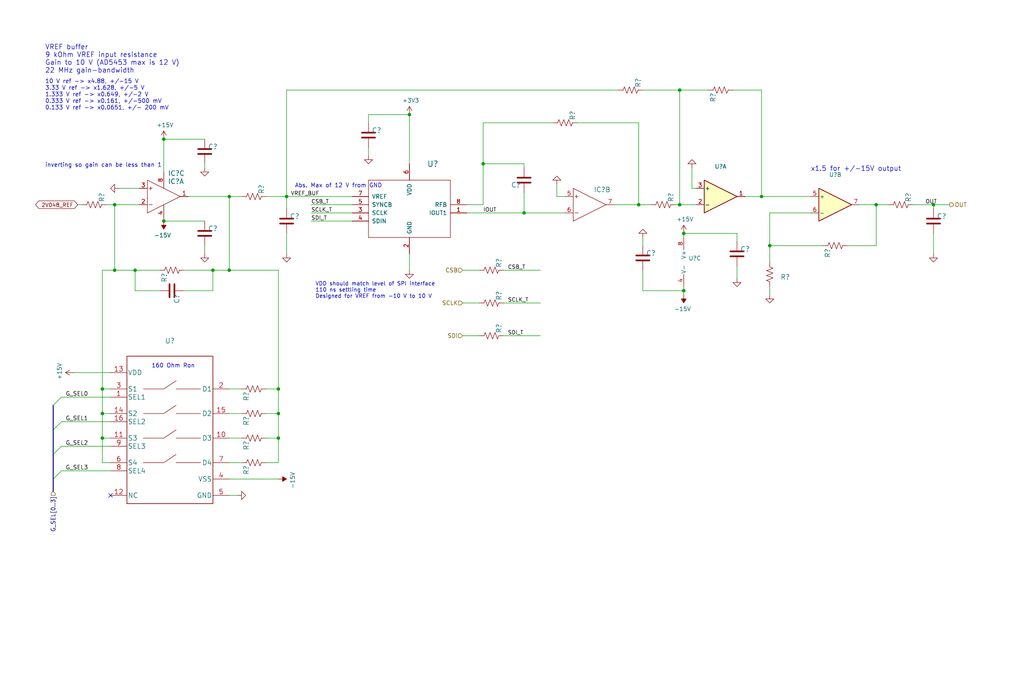
<source format=kicad_sch>
(kicad_sch (version 20211123) (generator eeschema)
  (paper "User" 317.627 210.007)
  (lib_symbols
    (symbol "Amplifier_Operational:OPA2156xD" (pin_names (offset 0.127))
      (property "Reference" "U" (at 2.54 6.35 0))
      (property "Value" "OPA2156xD" (at 2.54 3.81 0))
      (symbol "OPA2156xD_1_1"
        (polyline (pts (xy 5.08 0) (xy -5.08 5.08) (xy -5.08 -5.08) (xy 5.08 0)) (stroke (width 0.254)) (fill (type background)))
        (pin output line (at 7.62 0 180) (length 2.54) (name "~") (number "1"))
        (pin input line (at -7.62 -2.54 0) (length 2.54) (name "-") (number "2"))
        (pin input line (at -7.62 2.54 0) (length 2.54) (name "+") (number "3"))
      )
      (symbol "OPA2156xD_2_1"
        (polyline (pts (xy 5.08 0) (xy -5.08 5.08) (xy -5.08 -5.08) (xy 5.08 0)) (stroke (width 0.254)) (fill (type background)))
        (pin input line (at -7.62 2.54 0) (length 2.54) (name "+") (number "5"))
        (pin input line (at -7.62 -2.54 0) (length 2.54) (name "-") (number "6"))
        (pin output line (at 7.62 0 180) (length 2.54) (name "~") (number "7"))
      )
      (symbol "OPA2156xD_3_1"
        (pin power_in line (at 0 -7.62 90) (length 3.81) (name "V-") (number "4"))
        (pin power_in line (at 0 7.62 270) (length 3.81) (name "V+") (number "8"))
      )
    )
    (symbol "Device:C" (pin_numbers hide) (pin_names (offset 0.254))
      (property "Reference" "C" (at 0.635 2.54 0))
      (property "Value" "C" (at 0.635 -2.54 0))
      (symbol "C_0_1"
        (polyline (pts (xy -2.032 -0.762) (xy 2.032 -0.762)) (stroke (width 0.508)))
        (polyline (pts (xy -2.032 0.762) (xy 2.032 0.762)) (stroke (width 0.508)))
      )
      (symbol "C_1_1"
        (pin passive line (at 0 3.81 270) (length 2.794) (name "~") (number "1"))
        (pin passive line (at 0 -3.81 90) (length 2.794) (name "~") (number "2"))
      )
    )
    (symbol "Device:R_US" (pin_numbers hide) (pin_names (offset 0))
      (property "Reference" "R" (at 2.54 0 90))
      (property "Value" "R_US" (at -2.54 0 90))
      (symbol "R_US_0_1"
        (polyline (pts (xy 0 -2.286) (xy 0 -2.54)))
        (polyline (pts (xy 0 2.286) (xy 0 2.54)))
        (polyline (pts (xy 0 -0.762) (xy 1.016 -1.143) (xy 0 -1.524) (xy -1.016 -1.905) (xy 0 -2.286)))
        (polyline (pts (xy 0 0.762) (xy 1.016 0.381) (xy 0 0) (xy -1.016 -0.381) (xy 0 -0.762)))
        (polyline (pts (xy 0 2.286) (xy 1.016 1.905) (xy 0 1.524) (xy -1.016 1.143) (xy 0 0.762)))
      )
      (symbol "R_US_1_1"
        (pin passive line (at 0 3.81 270) (length 1.27) (name "~") (number "1"))
        (pin passive line (at 0 -3.81 90) (length 1.27) (name "~") (number "2"))
      )
    )
    (symbol "covg-kicad:AD5453" (pin_names (offset 1.016))
      (property "Reference" "U" (at 7.9756 11.6586 0))
      (property "Value" "AD5453" (at 7.3406 9.1186 0))
      (symbol "AD5453_1_0"
        (polyline (pts (xy -12.7 -10.16) (xy 12.7 -10.16)))
        (polyline (pts (xy -12.7 7.62) (xy -12.7 -10.16)))
        (polyline (pts (xy 12.7 -10.16) (xy 12.7 7.62)))
        (polyline (pts (xy 12.7 7.62) (xy -12.7 7.62)))
        (pin passive line (at 17.78 -2.54 180) (length 5.08) (name "IOUT1") (number "1"))
        (pin passive line (at 0 -15.24 90) (length 5.08) (name "GND") (number "2"))
        (pin passive line (at -17.78 -2.54 0) (length 5.08) (name "SCLK") (number "3"))
        (pin passive line (at -17.78 -5.08 0) (length 5.08) (name "SDIN") (number "4"))
        (pin passive line (at -17.78 0 0) (length 5.08) (name "SYNCB") (number "5"))
        (pin power_in line (at 0 12.7 270) (length 5.08) (name "VDD") (number "6"))
        (pin passive line (at -17.78 2.54 0) (length 5.08) (name "VREF") (number "7"))
        (pin passive line (at 17.78 0 180) (length 5.08) (name "RFB") (number "8"))
      )
    )
    (symbol "covg-kicad:OPA1662" (pin_names (offset 1.016))
      (property "Reference" "IC" (at 1.27 3.81 0))
      (property "Value" "OPA1662" (at 1.27 -5.08 0))
      (symbol "OPA1662_1_0"
        (polyline (pts (xy -2.54 -5.08) (xy 7.62 0)))
        (polyline (pts (xy -2.54 5.08) (xy -2.54 -5.08)))
        (polyline (pts (xy -2.032 -2.54) (xy -1.016 -2.54)))
        (polyline (pts (xy -2.032 2.54) (xy -1.016 2.54)))
        (polyline (pts (xy -1.524 3.048) (xy -1.524 2.032)))
        (polyline (pts (xy 7.62 0) (xy -2.54 5.08)))
        (pin output line (at 10.16 0 180) (length 2.54) (name "OUT") (number "1"))
        (pin input line (at -5.08 -2.54 0) (length 2.54) (name "IN-") (number "2"))
        (pin input line (at -5.08 2.54 0) (length 2.54) (name "IN+") (number "3"))
      )
      (symbol "OPA1662_2_0"
        (polyline (pts (xy -2.54 -5.08) (xy 7.62 0)))
        (polyline (pts (xy -2.54 5.08) (xy -2.54 -5.08)))
        (polyline (pts (xy -2.032 -2.54) (xy -1.016 -2.54)))
        (polyline (pts (xy -2.032 2.54) (xy -1.016 2.54)))
        (polyline (pts (xy -1.524 3.048) (xy -1.524 2.032)))
        (polyline (pts (xy 7.62 0) (xy -2.54 5.08)))
        (pin input line (at -5.08 2.54 0) (length 2.54) (name "IN+") (number "5"))
        (pin input line (at -5.08 -2.54 0) (length 2.54) (name "IN-") (number "6"))
        (pin output line (at 10.16 0 180) (length 2.54) (name "OUT") (number "7"))
      )
      (symbol "OPA1662_3_0"
        (pin power_in line (at 0 -7.62 90) (length 5.08) (name "V-") (number "4"))
        (pin power_in line (at 0 7.62 270) (length 5.08) (name "V+") (number "8"))
      )
    )
    (symbol "covg-kicad:TMUX6111PWR" (pin_names (offset 0.254))
      (property "Reference" "U" (at 5.08 21.59 0))
      (property "Value" "TMUX6111PWR" (at 6.35 19.05 0))
      (symbol "TMUX6111PWR_0_1"
        (polyline (pts (xy 6.35 12.7) (xy 13.97 12.7)))
        (polyline (pts (xy 2.54 12.7) (xy -3.81 12.7) (xy 2.54 12.7) (xy 6.35 15.24)))
      )
      (symbol "TMUX6111PWR_1_1"
        (polyline (pts (xy -8.89 -22.86) (xy 17.78 -22.86)) (stroke (width 0.2032)))
        (polyline (pts (xy -8.89 22.86) (xy -8.89 -22.86)) (stroke (width 0.2032)))
        (polyline (pts (xy 6.35 -10.16) (xy 13.97 -10.16)))
        (polyline (pts (xy 6.35 -2.54) (xy 13.97 -2.54)))
        (polyline (pts (xy 6.35 5.08) (xy 13.97 5.08)))
        (polyline (pts (xy 17.78 -22.86) (xy 17.78 22.86)) (stroke (width 0.2032)))
        (polyline (pts (xy 17.78 22.86) (xy -8.89 22.86)) (stroke (width 0.2032)))
        (polyline (pts (xy 2.54 -10.16) (xy -3.81 -10.16) (xy 2.54 -10.16) (xy 6.35 -7.62)))
        (polyline (pts (xy 2.54 -2.54) (xy -3.81 -2.54) (xy 2.54 -2.54) (xy 6.35 0)))
        (polyline (pts (xy 2.54 5.08) (xy -3.81 5.08) (xy 2.54 5.08) (xy 6.35 7.62)))
        (pin input line (at -13.97 10.16 0) (length 5.08) (name "SEL1") (number "1"))
        (pin bidirectional line (at 22.86 -2.54 180) (length 5.08) (name "D3") (number "10"))
        (pin bidirectional line (at -13.97 -2.54 0) (length 5.08) (name "S3") (number "11"))
        (pin unspecified line (at -13.97 -20.32 0) (length 5.08) (name "NC") (number "12"))
        (pin power_in line (at -13.97 17.78 0) (length 5.08) (name "VDD") (number "13"))
        (pin bidirectional line (at -13.97 5.08 0) (length 5.08) (name "S2") (number "14"))
        (pin bidirectional line (at 22.86 5.08 180) (length 5.08) (name "D2") (number "15"))
        (pin input line (at -13.97 2.54 0) (length 5.08) (name "SEL2") (number "16"))
        (pin bidirectional line (at 22.86 12.7 180) (length 5.08) (name "D1") (number "2"))
        (pin bidirectional line (at -13.97 12.7 0) (length 5.08) (name "S1") (number "3"))
        (pin power_in line (at 22.86 -15.24 180) (length 5.08) (name "VSS") (number "4"))
        (pin power_in line (at 22.86 -20.32 180) (length 5.08) (name "GND") (number "5"))
        (pin bidirectional line (at -13.97 -10.16 0) (length 5.08) (name "S4") (number "6"))
        (pin bidirectional line (at 22.86 -10.16 180) (length 5.08) (name "D4") (number "7"))
        (pin input line (at -13.97 -12.7 0) (length 5.08) (name "SEL4") (number "8"))
        (pin input line (at -13.97 -5.08 0) (length 5.08) (name "SEL3") (number "9"))
      )
    )
    (symbol "power:+15V" (power) (pin_names (offset 0))
      (property "Value" "+15V" (at 0 3.556 0))
      (symbol "+15V_0_1"
        (polyline (pts (xy -0.762 1.27) (xy 0 2.54)))
        (polyline (pts (xy 0 0) (xy 0 2.54)))
        (polyline (pts (xy 0 2.54) (xy 0.762 1.27)))
      )
      (symbol "+15V_1_1"
        (pin power_in line (at 0 0 90) (length 0) hide (name "+15V") (number "1"))
      )
    )
    (symbol "power:+3V3" (power) (pin_names (offset 0))
      (property "Value" "+3V3" (at 0 3.556 0))
      (symbol "+3V3_0_1"
        (polyline (pts (xy -0.762 1.27) (xy 0 2.54)))
        (polyline (pts (xy 0 0) (xy 0 2.54)))
        (polyline (pts (xy 0 2.54) (xy 0.762 1.27)))
      )
      (symbol "+3V3_1_1"
        (pin power_in line (at 0 0 90) (length 0) hide (name "+3V3") (number "1"))
      )
    )
    (symbol "power:-15V" (power) (pin_names (offset 0))
      (property "Value" "-15V" (at 0 3.81 0))
      (symbol "-15V_0_0"
        (pin power_in line (at 0 0 90) (length 0) hide (name "-15V") (number "1"))
      )
      (symbol "-15V_0_1"
        (polyline (pts (xy 0 0) (xy 0 1.27) (xy 0.762 1.27) (xy 0 2.54) (xy -0.762 1.27) (xy 0 1.27)) (fill (type outline)))
      )
    )
    (symbol "power:GND" (power) (pin_names (offset 0))
      (property "Value" "GND" (at 0 -3.81 0))
      (symbol "GND_0_1"
        (polyline (pts (xy 0 0) (xy 0 -1.27) (xy 1.27 -1.27) (xy 0 -2.54) (xy -1.27 -1.27) (xy 0 -1.27)))
      )
      (symbol "GND_1_1"
        (pin power_in line (at 0 0 270) (length 0) hide (name "GND") (number "1"))
      )
    )
  )
  (junction (at 210.82 63.5))
  (junction (at 31.75 128.27))
  (junction (at 149.86 50.8))
  (junction (at 41.91 83.82))
  (junction (at 86.36 135.89))
  (junction (at 238.76 76.2))
  (junction (at 127 35.56))
  (junction (at 289.56 63.5))
  (junction (at 71.12 83.82))
  (junction (at 66.04 83.82))
  (junction (at 271.78 63.5))
  (junction (at 88.9 60.96))
  (junction (at 31.75 135.89))
  (junction (at 35.56 83.82))
  (junction (at 212.09 90.17))
  (junction (at 50.8 68.58))
  (junction (at 71.12 60.96))
  (junction (at 50.8 43.18))
  (junction (at 162.56 66.04))
  (junction (at 31.75 120.65))
  (junction (at 210.82 27.94))
  (junction (at 198.12 63.5))
  (junction (at 212.09 72.39))
  (junction (at 35.56 63.5))
  (junction (at 86.36 128.27))
  (junction (at 86.36 120.65))
  (junction (at 236.22 60.96))
  (no_connect (at 34.29 153.67))
  (bus_entry (at 16.51 140.97) (size 2.54 -2.54))
  (bus_entry (at 16.51 133.35) (size 2.54 -2.54))
  (bus_entry (at 16.51 125.73) (size 2.54 -2.54))
  (bus_entry (at 16.51 148.59) (size 2.54 -2.54))
  (wire (pts (xy 238.76 76.2) (xy 238.76 81.28)))
  (wire (pts (xy 199.39 73.66) (xy 199.39 76.2)))
  (wire (pts (xy 251.46 66.04) (xy 238.76 66.04)))
  (bus (pts (xy 16.51 125.73) (xy 16.51 133.35)))
  (wire (pts (xy 236.22 27.94) (xy 236.22 60.96)))
  (wire (pts (xy 82.55 60.96) (xy 88.9 60.96)))
  (wire (pts (xy 114.3 35.56) (xy 127 35.56)))
  (wire (pts (xy 71.12 128.27) (xy 74.93 128.27)))
  (wire (pts (xy 96.52 68.58) (xy 109.22 68.58)))
  (wire (pts (xy 71.12 60.96) (xy 58.42 60.96)))
  (wire (pts (xy 289.56 72.39) (xy 289.56 78.74)))
  (wire (pts (xy 35.56 83.82) (xy 41.91 83.82)))
  (wire (pts (xy 143.51 104.14) (xy 148.59 104.14)))
  (wire (pts (xy 114.3 35.56) (xy 114.3 38.1)))
  (wire (pts (xy 71.12 83.82) (xy 71.12 60.96)))
  (wire (pts (xy 31.75 83.82) (xy 35.56 83.82)))
  (wire (pts (xy 212.09 91.44) (xy 212.09 90.17)))
  (wire (pts (xy 190.5 63.5) (xy 198.12 63.5)))
  (wire (pts (xy 63.5 78.74) (xy 63.5 76.2)))
  (wire (pts (xy 162.56 52.07) (xy 162.56 50.8)))
  (wire (pts (xy 149.86 63.5) (xy 144.78 63.5)))
  (wire (pts (xy 31.75 128.27) (xy 31.75 135.89)))
  (wire (pts (xy 114.3 45.72) (xy 114.3 48.26)))
  (bus (pts (xy 16.51 140.97) (xy 16.51 148.59)))
  (wire (pts (xy 71.12 120.65) (xy 74.93 120.65)))
  (wire (pts (xy 179.07 38.1) (xy 198.12 38.1)))
  (wire (pts (xy 127 35.56) (xy 127 50.8)))
  (wire (pts (xy 31.75 120.65) (xy 31.75 83.82)))
  (wire (pts (xy 214.63 58.42) (xy 215.9 58.42)))
  (wire (pts (xy 198.12 63.5) (xy 201.93 63.5)))
  (wire (pts (xy 86.36 83.82) (xy 86.36 120.65)))
  (wire (pts (xy 82.55 143.51) (xy 86.36 143.51)))
  (wire (pts (xy 210.82 63.5) (xy 210.82 27.94)))
  (wire (pts (xy 231.14 60.96) (xy 236.22 60.96)))
  (wire (pts (xy 127 78.74) (xy 127 83.82)))
  (wire (pts (xy 109.22 60.96) (xy 88.9 60.96)))
  (wire (pts (xy 212.09 73.66) (xy 212.09 72.39)))
  (wire (pts (xy 74.93 135.89) (xy 71.12 135.89)))
  (wire (pts (xy 227.33 27.94) (xy 236.22 27.94)))
  (wire (pts (xy 172.72 60.96) (xy 175.26 60.96)))
  (wire (pts (xy 271.78 63.5) (xy 275.59 63.5)))
  (wire (pts (xy 199.39 90.17) (xy 212.09 90.17)))
  (wire (pts (xy 41.91 90.17) (xy 41.91 83.82)))
  (wire (pts (xy 199.39 90.17) (xy 199.39 83.82)))
  (wire (pts (xy 156.21 93.98) (xy 167.64 93.98)))
  (wire (pts (xy 149.86 38.1) (xy 171.45 38.1)))
  (wire (pts (xy 262.89 76.2) (xy 271.78 76.2)))
  (wire (pts (xy 50.8 68.58) (xy 63.5 68.58)))
  (wire (pts (xy 228.6 72.39) (xy 228.6 74.93)))
  (wire (pts (xy 36.83 58.42) (xy 43.18 58.42)))
  (wire (pts (xy 162.56 50.8) (xy 149.86 50.8)))
  (wire (pts (xy 31.75 135.89) (xy 31.75 143.51)))
  (wire (pts (xy 289.56 64.77) (xy 289.56 63.5)))
  (wire (pts (xy 19.05 123.19) (xy 34.29 123.19)))
  (wire (pts (xy 82.55 128.27) (xy 86.36 128.27)))
  (wire (pts (xy 31.75 135.89) (xy 34.29 135.89)))
  (wire (pts (xy 41.91 83.82) (xy 49.53 83.82)))
  (wire (pts (xy 57.15 83.82) (xy 66.04 83.82)))
  (wire (pts (xy 31.75 120.65) (xy 31.75 128.27)))
  (wire (pts (xy 35.56 63.5) (xy 35.56 83.82)))
  (wire (pts (xy 25.4 63.5) (xy 24.13 63.5)))
  (wire (pts (xy 82.55 135.89) (xy 86.36 135.89)))
  (wire (pts (xy 88.9 60.96) (xy 88.9 64.77)))
  (wire (pts (xy 212.09 90.17) (xy 212.09 88.9)))
  (wire (pts (xy 57.15 90.17) (xy 66.04 90.17)))
  (wire (pts (xy 294.64 63.5) (xy 289.56 63.5)))
  (wire (pts (xy 88.9 27.94) (xy 191.77 27.94)))
  (wire (pts (xy 86.36 128.27) (xy 86.36 135.89)))
  (wire (pts (xy 19.05 146.05) (xy 34.29 146.05)))
  (wire (pts (xy 271.78 76.2) (xy 271.78 63.5)))
  (wire (pts (xy 86.36 120.65) (xy 86.36 128.27)))
  (wire (pts (xy 149.86 50.8) (xy 149.86 38.1)))
  (bus (pts (xy 16.51 133.35) (xy 16.51 140.97)))
  (bus (pts (xy 16.51 148.59) (xy 16.51 152.4)))
  (wire (pts (xy 162.56 66.04) (xy 175.26 66.04)))
  (wire (pts (xy 199.39 27.94) (xy 210.82 27.94)))
  (wire (pts (xy 143.51 83.82) (xy 148.59 83.82)))
  (wire (pts (xy 86.36 135.89) (xy 86.36 143.51)))
  (wire (pts (xy 238.76 66.04) (xy 238.76 76.2)))
  (wire (pts (xy 63.5 43.18) (xy 50.8 43.18)))
  (wire (pts (xy 210.82 27.94) (xy 219.71 27.94)))
  (wire (pts (xy 109.22 66.04) (xy 96.52 66.04)))
  (wire (pts (xy 149.86 50.8) (xy 149.86 63.5)))
  (wire (pts (xy 251.46 60.96) (xy 236.22 60.96)))
  (wire (pts (xy 88.9 27.94) (xy 88.9 60.96)))
  (wire (pts (xy 172.72 57.15) (xy 172.72 60.96)))
  (wire (pts (xy 210.82 63.5) (xy 215.9 63.5)))
  (wire (pts (xy 156.21 83.82) (xy 167.64 83.82)))
  (wire (pts (xy 109.22 63.5) (xy 96.52 63.5)))
  (wire (pts (xy 238.76 91.44) (xy 238.76 88.9)))
  (wire (pts (xy 19.05 138.43) (xy 34.29 138.43)))
  (wire (pts (xy 88.9 72.39) (xy 88.9 78.74)))
  (wire (pts (xy 49.53 90.17) (xy 41.91 90.17)))
  (wire (pts (xy 86.36 83.82) (xy 71.12 83.82)))
  (wire (pts (xy 33.02 63.5) (xy 35.56 63.5)))
  (wire (pts (xy 31.75 128.27) (xy 34.29 128.27)))
  (wire (pts (xy 50.8 53.34) (xy 50.8 43.18)))
  (wire (pts (xy 198.12 38.1) (xy 198.12 63.5)))
  (wire (pts (xy 71.12 148.59) (xy 86.36 148.59)))
  (wire (pts (xy 66.04 90.17) (xy 66.04 83.82)))
  (wire (pts (xy 228.6 82.55) (xy 228.6 86.36)))
  (wire (pts (xy 82.55 120.65) (xy 86.36 120.65)))
  (wire (pts (xy 63.5 50.8) (xy 63.5 52.07)))
  (wire (pts (xy 266.7 63.5) (xy 271.78 63.5)))
  (wire (pts (xy 162.56 59.69) (xy 162.56 66.04)))
  (wire (pts (xy 212.09 72.39) (xy 228.6 72.39)))
  (wire (pts (xy 73.66 153.67) (xy 71.12 153.67)))
  (wire (pts (xy 66.04 83.82) (xy 71.12 83.82)))
  (wire (pts (xy 19.05 130.81) (xy 34.29 130.81)))
  (wire (pts (xy 209.55 63.5) (xy 210.82 63.5)))
  (wire (pts (xy 143.51 93.98) (xy 148.59 93.98)))
  (wire (pts (xy 214.63 52.07) (xy 214.63 58.42)))
  (wire (pts (xy 71.12 60.96) (xy 74.93 60.96)))
  (wire (pts (xy 34.29 120.65) (xy 31.75 120.65)))
  (wire (pts (xy 31.75 143.51) (xy 34.29 143.51)))
  (wire (pts (xy 144.78 66.04) (xy 162.56 66.04)))
  (wire (pts (xy 156.21 104.14) (xy 167.64 104.14)))
  (wire (pts (xy 35.56 63.5) (xy 43.18 63.5)))
  (wire (pts (xy 74.93 143.51) (xy 71.12 143.51)))
  (wire (pts (xy 22.86 115.57) (xy 34.29 115.57)))
  (wire (pts (xy 238.76 76.2) (xy 255.27 76.2)))
  (wire (pts (xy 283.21 63.5) (xy 289.56 63.5)))
  (text "10 V ref -> x4.88, +/-15 V \n 3.33 V ref -> x1.628, +/-5 V  \n1.333 V ref -> x0.649, +/-2 V  \n0.333 V ref -> x0.161, +/-500 mV  \n 0.133 V ref -> x0.0651, +/- 200 mV" (at 13.97 34.29 0) (effects (font (size 1.27 1.27)) (justify left bottom)))
  (text "VREF buffer\n9 kOhm VREF input resistance\nGain to 10 V (AD5453 max is 12 V)\n22 MHz gain-bandwidth" (at 13.97 22.86 0) (effects (font (size 1.4986 1.4986)) (justify left bottom)))
  (text "inverting so gain can be less than 1" (at 13.97 52.07 0) (effects (font (size 1.27 1.27)) (justify left bottom)))
  (text "VDD should match level of SPI interface\n110 ns settling time\n Designed for VREF from -10 V to 10 V" (at 97.79 92.71 0) (effects (font (size 1.1938 1.1938)) (justify left bottom)))
  (text "Abs. Max of 12 V from GND " (at 91.44 58.42 0) (effects (font (size 1.27 1.27)) (justify left bottom)))
  (text "160 Ohm Ron" (at 46.99 114.3 0) (effects (font (size 1.27 1.27)) (justify left bottom)))
  (text "x1.5 for +/-15V output" (at 251.46 53.34 0) (effects (font (size 1.4986 1.4986)) (justify left bottom)))
  (label "SCLK_T" (at 96.52 66.04 0) (effects (font (size 1.1938 1.1938))))
  (label "G_SEL3" (at 20.32 146.05 0))
  (label "SDI_T" (at 157.48 104.14 0) (effects (font (size 1.1938 1.1938))))
  (label "CSB_T" (at 96.52 63.5 0) (effects (font (size 1.1938 1.1938))))
  (label "SDI_T" (at 96.52 68.58 0) (effects (font (size 1.1938 1.1938))))
  (label "CSB_T" (at 157.48 83.82 0) (effects (font (size 1.1938 1.1938))))
  (label "IOUT" (at 149.86 66.04 0) (effects (font (size 1.1938 1.1938))))
  (label "G_SEL1" (at 20.32 130.81 0))
  (label "G_SEL2" (at 20.32 138.43 0))
  (label "SCLK_T" (at 157.48 93.98 0) (effects (font (size 1.1938 1.1938))))
  (label "G_SEL0" (at 20.32 123.19 0))
  (label "OUT" (at 287.02 63.5 0) (effects (font (size 1.1938 1.1938))))
  (label "VREF_BUF" (at 90.17 60.96 0) (effects (font (size 1.1938 1.1938))))
  (global_label "2V048_REF" (shape bidirectional) (at 24.13 63.5 180) (effects (font (size 1.1938 1.1938))) (property "Intersheet References" "${INTERSHEET_REFS}" (effects hide)))
  (hierarchical_label "CSB" (shape input) (at 143.51 83.82 180))
  (hierarchical_label "SCLK" (shape input) (at 143.51 93.98 180))
  (hierarchical_label "SDI" (shape input) (at 143.51 104.14 180))
  (hierarchical_label "G_SEL[0..3]" (shape input) (at 16.51 152.4 270))
  (hierarchical_label "OUT" (shape output) (at 294.64 63.5 0))
  (symbol (lib_id "Device:C") (at 63.5 72.39 0) (unit 1)
    (property "Reference" "C?" (at 64.516 71.755 0) (effects (font (size 1.4986 1.4986)) (justify left bottom)))
    (property "Manf#" "CL10B104KA8NFNC" (effects hide))
    (property "Manufacturer_Name" "Samsung" (effects hide))
    (property "Tolerance" "10%" (effects hide))
    (property "voltage" "25" (effects hide))
  )
  (symbol (lib_id "Device:R_US") (at 205.74 63.5 270) (unit 1)
    (property "Reference" "R?" (at 207.2386 59.69 0) (effects (font (size 1.4986 1.4986)) (justify left bottom)))
    (property "Manf#" "RC0603FR-0710kL" (effects hide))
    (property "Power" "0.1W" (effects hide))
    (property "Tolerance" "1%" (effects hide))
  )
  (symbol (lib_id "Device:R_US") (at 152.4 93.98 270) (unit 1)
    (property "Reference" "R?" (at 153.8986 90.17 0) (effects (font (size 1.4986 1.4986)) (justify left bottom)))
    (property "Manf#" "RC0603FR-0733RL" (effects hide))
    (property "Power" "0.1W" (effects hide))
    (property "Tolerance" "1%" (effects hide))
  )
  (symbol (lib_id "power:GND") (at 63.5 52.07 0) (unit 1)
    (property "Reference" "#GND?" (effects hide))
  )
  (symbol (lib_id "Device:R_US") (at 259.08 76.2 90) (unit 1)
    (property "Reference" "R?" (at 257.5814 80.01 0) (effects (font (size 1.4986 1.4986)) (justify left bottom)))
    (property "Manf#" "RC0603FR-071KL" (effects hide))
    (property "Power" "0.1W" (effects hide))
    (property "Tolerance" "1%" (effects hide))
  )
  (symbol (lib_id "Device:R_US") (at 195.58 27.94 270) (unit 1)
    (property "Reference" "R?" (at 197.0786 24.13 0) (effects (font (size 1.4986 1.4986)) (justify left bottom)))
    (property "Manf#" "RC0603FR-0720KL" (effects hide))
    (property "Power" "0.1W" (effects hide))
    (property "Tolerance" "1%" (effects hide))
  )
  (symbol (lib_id "Device:C") (at 63.5 46.99 0) (unit 1)
    (property "Reference" "C?" (at 64.516 46.355 0) (effects (font (size 1.4986 1.4986)) (justify left bottom)))
    (property "Manf#" "CL10B104KA8NFNC" (effects hide))
    (property "Manufacturer_Name" "Samsung" (effects hide))
    (property "Tolerance" "10%" (effects hide))
    (property "voltage" "25" (effects hide))
  )
  (symbol (lib_id "Device:R_US") (at 279.4 63.5 270) (unit 1)
    (property "Reference" "R?" (at 280.8986 59.69 0) (effects (font (size 1.4986 1.4986)) (justify left bottom)))
    (property "Manf#" "RC0603FR-0733RL" (effects hide))
    (property "Power" "0.1W" (effects hide))
    (property "Tolerance" "1%" (effects hide))
  )
  (symbol (lib_id "Device:R_US") (at 152.4 83.82 270) (unit 1)
    (property "Reference" "R?" (at 153.8986 80.01 0) (effects (font (size 1.4986 1.4986)) (justify left bottom)))
    (property "Manf#" "RC0603FR-0733RL" (effects hide))
    (property "Power" "0.1W" (effects hide))
    (property "Tolerance" "1%" (effects hide))
  )
  (symbol (lib_id "Device:C") (at 114.3 41.91 0) (unit 1)
    (property "Reference" "C?" (at 115.316 41.275 0) (effects (font (size 1.4986 1.4986)) (justify left bottom)))
    (property "Manf#" "CL10B104KA8NFNC" (effects hide))
    (property "Manufacturer_Name" "Samsung" (effects hide))
    (property "Tolerance" "10%" (effects hide))
    (property "voltage" "25" (effects hide))
  )
  (symbol (lib_id "Device:R_US") (at 152.4 104.14 270) (unit 1)
    (property "Reference" "R?" (at 153.8986 100.33 0) (effects (font (size 1.4986 1.4986)) (justify left bottom)))
    (property "Manf#" "RC0603FR-0733RL" (effects hide))
    (property "Power" "0.1W" (effects hide))
    (property "Tolerance" "1%" (effects hide))
  )
  (symbol (lib_id "power:+15V") (at 50.8 43.18 0) (unit 1)
    (property "Reference" "#PWR?" (effects hide))
  )
  (symbol (lib_id "power:+15V") (at 212.09 72.39 0) (unit 1)
    (property "Reference" "#PWR?" (effects hide))
  )
  (symbol (lib_id "power:-15V") (at 212.09 91.44 180) (unit 1)
    (property "Reference" "#PWR?" (effects hide))
  )
  (symbol (lib_id "power:GND") (at 199.39 73.66 180) (unit 1)
    (property "Reference" "#PWR?" (effects hide))
  )
  (symbol (lib_id "power:-15V") (at 50.8 68.58 180) (unit 1)
    (property "Reference" "#PWR?" (effects hide))
  )
  (symbol (lib_id "power:+3V3") (at 127 35.56 0) (unit 1)
    (property "Reference" "#PWR?" (effects hide))
  )
  (symbol (lib_id "Device:R_US") (at 175.26 38.1 270) (unit 1)
    (property "Reference" "R?" (at 176.7586 34.29 0) (effects (font (size 1.4986 1.4986)) (justify left bottom)))
    (property "Manf#" "RC0603FR-070RL" (effects hide))
    (property "Power" "0.1W" (effects hide))
  )
  (symbol (lib_id "Device:R_US") (at 53.34 83.82 90) (unit 1)
    (property "Reference" "R?" (at 51.8414 87.63 0) (effects (font (size 1.4986 1.4986)) (justify left bottom)))
    (property "Manf#" "RC0603FR-07243KL" (effects hide))
    (property "Power" "0.1W" (effects hide))
    (property "Tolerance" "1%" (effects hide))
  )
  (symbol (lib_id "Device:R_US") (at 78.74 135.89 90) (unit 1)
    (property "Reference" "R?" (at 77.2414 139.7 0) (effects (font (size 1.4986 1.4986)) (justify left bottom)))
    (property "Manf#" "CRCW06038K25FKEAC" (effects hide))
    (property "Power" "0.1W" (effects hide))
    (property "Tolerance" "1%" (effects hide))
  )
  (symbol (lib_id "Amplifier_Operational:OPA2156xD") (at 223.52 60.96 0) (unit 1)
    (property "Reference" "U?" (at 223.52 51.6382 0))
    (property "Datasheet" "https://www.ti.com/lit/ds/symlink/opa2156.pdf" (effects hide))
    (property "Manf#" "OPA2156IDR" (effects hide))
  )
  (symbol (lib_id "Amplifier_Operational:OPA2156xD") (at 259.08 63.5 0) (unit 2)
    (property "Reference" "U?" (at 259.08 54.1782 0))
    (property "Datasheet" "https://www.ti.com/lit/ds/symlink/opa2156.pdf" (effects hide))
    (property "Manf#" "OPA2156IDR" (effects hide))
  )
  (symbol (lib_id "Amplifier_Operational:OPA2156xD") (at 212.09 81.28 0) (unit 3)
    (property "Reference" "U?" (at 213.5632 80.1116 0) (effects (justify left)))
    (property "Datasheet" "https://www.ti.com/lit/ds/symlink/opa2156.pdf" (effects hide))
    (property "Manf#" "OPA2156IDR" (effects hide))
  )
  (symbol (lib_id "covg-kicad:TMUX6111PWR") (at 48.26 133.35 0) (unit 1)
    (property "Reference" "U?" (at 52.705 105.7148 0) (effects (font (size 1.524 1.524))))
    (property "Manf#" "TMUX6111PWR" (effects hide))
  )
  (symbol (lib_id "power:+15V") (at 22.86 115.57 90) (unit 1)
    (property "Reference" "#PWR?" (effects hide))
  )
  (symbol (lib_id "power:-15V") (at 86.36 148.59 270) (unit 1)
    (property "Reference" "#PWR?" (effects hide))
  )
  (symbol (lib_id "power:GND") (at 73.66 153.67 90) (unit 1)
    (property "Reference" "#GND?" (effects hide))
  )
  (symbol (lib_id "Device:R_US") (at 78.74 120.65 90) (unit 1)
    (property "Reference" "R?" (at 77.2414 124.46 0) (effects (font (size 1.4986 1.4986)) (justify left bottom)))
    (property "Manf#" "RC0603FR-07121KL" (effects hide))
    (property "Power" "0.1W" (effects hide))
    (property "Tolerance" "1%" (effects hide))
  )
  (symbol (lib_id "power:GND") (at 36.83 58.42 270) (unit 1)
    (property "Reference" "#GND?" (effects hide))
  )
  (symbol (lib_id "Device:R_US") (at 29.21 63.5 270) (unit 1)
    (property "Reference" "R?" (at 30.7086 59.69 0) (effects (font (size 1.4986 1.4986)) (justify left bottom)))
    (property "Manf#" "RC0603FR-0749k9L" (effects hide))
    (property "Power" "0.1W" (effects hide))
    (property "Tolerance" "1%" (effects hide))
  )
  (symbol (lib_id "Device:R_US") (at 78.74 128.27 90) (unit 1)
    (property "Reference" "R?" (at 77.2414 132.08 0) (effects (font (size 1.4986 1.4986)) (justify left bottom)))
    (property "Manf#" "RC0603FR-0737k4L" (effects hide))
    (property "Power" "0.1W" (effects hide))
    (property "Tolerance" "1%" (effects hide))
  )
  (symbol (lib_id "Device:R_US") (at 78.74 143.51 90) (unit 1)
    (property "Reference" "R?" (at 77.2414 147.32 0) (effects (font (size 1.4986 1.4986)) (justify left bottom)))
    (property "Manf#" "CRCW06033K24FKEAC" (effects hide))
    (property "Power" "0.1W" (effects hide))
    (property "Tolerance" "1%" (effects hide))
  )
  (symbol (lib_id "Device:C") (at 53.34 90.17 270) (unit 1)
    (property "Reference" "C?" (at 53.975 91.186 0) (effects (font (size 1.4986 1.4986)) (justify left bottom)))
  )
  (symbol (lib_id "Device:C") (at 162.56 55.88 180) (unit 1)
    (property "Reference" "C?" (at 161.544 56.515 0) (effects (font (size 1.4986 1.4986)) (justify left bottom)))
    (property "Manf#" "CC0603CRNPO9BN2R0" (effects hide))
    (property "Tolerance" "0.25pF" (effects hide))
    (property "voltage" "50V" (effects hide))
  )
  (symbol (lib_id "Device:C") (at 228.6 78.74 0) (unit 1)
    (property "Reference" "C?" (at 229.616 78.105 0) (effects (font (size 1.4986 1.4986)) (justify left bottom)))
    (property "Manf#" "CL10B104KA8NFNC" (effects hide))
    (property "Manufacturer_Name" "Samsung" (effects hide))
    (property "Tolerance" "10%" (effects hide))
    (property "voltage" "25" (effects hide))
  )
  (symbol (lib_id "covg-kicad:OPA1662") (at 48.26 60.96 0) (unit 1)
    (property "Reference" "IC?" (at 52.07 57.15 0) (effects (font (size 1.4986 1.4986)) (justify left bottom)))
    (property "Manf#" "OPA1662AIDGKR" (effects hide))
  )
  (symbol (lib_id "covg-kicad:OPA1662") (at 50.8 60.96 0) (unit 3)
    (property "Reference" "IC?" (at 52.07 54.61 0) (effects (font (size 1.4986 1.4986)) (justify left bottom)))
    (property "Manf#" "OPA1662AIDGKR" (effects hide))
  )
  (symbol (lib_id "covg-kicad:OPA1662") (at 180.34 63.5 0) (unit 2)
    (property "Reference" "IC?" (at 184.15 59.69 0) (effects (font (size 1.4986 1.4986)) (justify left bottom)))
    (property "Manf#" "OPA1662AIDGKR" (effects hide))
  )
  (symbol (lib_id "Device:R_US") (at 238.76 85.09 180) (unit 1)
    (property "Reference" "R?" (at 245.11 85.09 0) (effects (font (size 1.4986 1.4986)) (justify left bottom)))
    (property "Manf#" "RC0603FR-072KL" (effects hide))
    (property "Power" "0.1W" (effects hide))
    (property "Tolerance" "1%" (effects hide))
  )
  (symbol (lib_id "Device:C") (at 88.9 68.58 0) (unit 1)
    (property "Reference" "C?" (at 89.916 67.945 0) (effects (font (size 1.4986 1.4986)) (justify left bottom)))
  )
  (symbol (lib_id "Device:R_US") (at 223.52 27.94 90) (unit 1)
    (property "Reference" "R?" (at 222.0214 31.75 0) (effects (font (size 1.4986 1.4986)) (justify left bottom)))
    (property "Manf#" "RC0603FR-0720KL" (effects hide))
    (property "Power" "0.1W" (effects hide))
    (property "Tolerance" "1%" (effects hide))
  )
  (symbol (lib_id "Device:R_US") (at 78.74 60.96 270) (unit 1)
    (property "Reference" "R?" (at 80.2386 57.15 0) (effects (font (size 1.4986 1.4986)) (justify left bottom)))
    (property "Manf#" "RC0603FR-0733RL" (effects hide))
    (property "Power" "0.1W" (effects hide))
    (property "Tolerance" "1%" (effects hide))
  )
  (symbol (lib_id "covg-kicad:AD5453") (at 127 63.5 0) (unit 1)
    (property "Reference" "U?" (at 132.4356 51.8414 0) (effects (font (size 1.7526 1.7526)) (justify left bottom)))
    (property "Manf#" "AD5453YUJZ-REEL7" (effects hide))
  )
  (symbol (lib_id "power:GND") (at 114.3 48.26 0) (unit 1)
    (property "Reference" "#GND?" (effects hide))
  )
  (symbol (lib_id "power:GND") (at 238.76 91.44 0) (unit 1)
    (property "Reference" "#GND?" (effects hide))
  )
  (symbol (lib_id "power:GND") (at 214.63 52.07 180) (unit 1)
    (property "Reference" "#GND?" (effects hide))
  )
  (symbol (lib_id "power:GND") (at 88.9 78.74 0) (unit 1)
    (property "Reference" "#GND?" (effects hide))
  )
  (symbol (lib_id "Device:C") (at 289.56 68.58 0) (unit 1)
    (property "Reference" "C?" (at 290.576 67.945 0) (effects (font (size 1.4986 1.4986)) (justify left bottom)))
  )
  (symbol (lib_id "power:GND") (at 127 83.82 0) (unit 1)
    (property "Reference" "#GND?" (effects hide))
  )
  (symbol (lib_id "power:GND") (at 63.5 78.74 0) (unit 1)
    (property "Reference" "#GND?" (effects hide))
  )
  (symbol (lib_id "Device:C") (at 199.39 80.01 0) (unit 1)
    (property "Reference" "C?" (at 200.406 79.375 0) (effects (font (size 1.4986 1.4986)) (justify left bottom)))
    (property "Manf#" "CL10B104KA8NFNC" (effects hide))
    (property "Manufacturer_Name" "Samsung" (effects hide))
    (property "Tolerance" "10%" (effects hide))
    (property "voltage" "25" (effects hide))
  )
  (symbol (lib_id "power:GND") (at 228.6 86.36 0) (unit 1)
    (property "Reference" "#GND?" (effects hide))
  )
  (symbol (lib_id "power:GND") (at 172.72 57.15 180) (unit 1)
    (property "Reference" "#GND?" (effects hide))
  )
  (symbol (lib_id "power:GND") (at 289.56 78.74 0) (unit 1)
    (property "Reference" "#GND?" (effects hide))
  )
)
</source>
